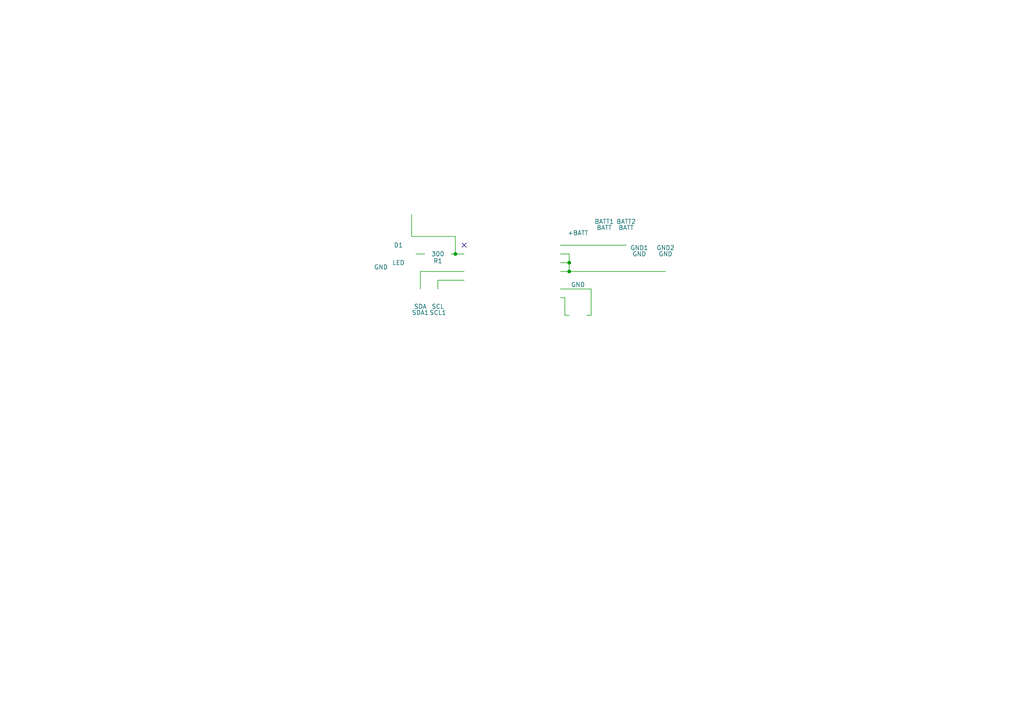
<source format=kicad_sch>
(kicad_sch (version 20230121) (generator eeschema)
  (paper "A4")
  (lib_symbols)
  (junction (at 132.08 73.66))
  (junction (at 165.1 78.74))
  (junction (at 165.1 76.2))
  (no_connect (at 134.62 71.12))
  (wire (pts (xy 119.38 68.58) (xy 132.08 68.58)))
  (wire (pts (xy 165.1 73.66) (xy 162.56 73.66)))
  (wire (pts (xy 162.56 71.12) (xy 181.61 71.12)))
  (wire (pts (xy 132.08 73.66) (xy 134.62 73.66)))
  (wire (pts (xy 132.08 68.58) (xy 132.08 73.66)))
  (wire (pts (xy 163.83 86.36) (xy 163.83 91.44)))
  (wire (pts (xy 165.1 76.2) (xy 165.1 78.74)))
  (wire (pts (xy 171.45 91.44) (xy 171.45 83.82)))
  (wire (pts (xy 121.92 78.74) (xy 121.92 83.82)))
  (wire (pts (xy 162.56 76.2) (xy 165.1 76.2)))
  (wire (pts (xy 165.1 78.74) (xy 193.04 78.74)))
  (wire (pts (xy 127 81.28) (xy 134.62 81.28)))
  (wire (pts (xy 127 83.82) (xy 127 81.28)))
  (wire (pts (xy 130.81 73.66) (xy 132.08 73.66)))
  (wire (pts (xy 171.45 83.82) (xy 162.56 83.82)))
  (wire (pts (xy 162.56 86.36) (xy 163.83 86.36)))
  (wire (pts (xy 134.62 78.74) (xy 121.92 78.74)))
  (wire (pts (xy 163.83 91.44) (xy 165.1 91.44)))
  (wire (pts (xy 162.56 78.74) (xy 165.1 78.74)))
  (wire (pts (xy 165.1 73.66) (xy 165.1 76.2)))
  (wire (pts (xy 120.65 73.66) (xy 123.19 73.66)))
  (wire (pts (xy 119.38 62.23) (xy 119.38 68.58)))
  (wire (pts (xy 170.18 91.44) (xy 171.45 91.44)))
  (symbol (lib_id "M41T62") (at 148.59 67.31 0) (unit 1)
    (property "Reference" "U1" (at 148.59 90.17 0) (effects (font (size 1.524 1.524))))
    (property "Value" "M41T62" (at 148.59 67.31 0) (effects (font (size 1.524 1.524))))
    (property "Footprint" "Housings_DFN_QFN:QFN-16-1EP_3x3mm_Pitch0.5mm" (effects hide))
  )
  (symbol (lib_id "GND") (at 167.64 78.74 0) (unit 1)
    (property "Reference" "#PWR01" (effects hide))
    (property "Value" "GND" (at 167.64 82.55 0))
  )
  (symbol (lib_id "+BATT") (at 167.64 71.12 0) (unit 1)
    (property "Reference" "#PWR02" (effects hide))
    (property "Value" "+BATT" (at 167.64 67.564 0))
  )
  (symbol (lib_id "Crystal_Small") (at 167.64 91.44 0) (unit 1)
    (property "Reference" "Y1" (at 167.64 88.9 0))
    (property "Value" "Crystal_Small" (at 167.64 93.98 0))
    (property "Footprint" "NQBit:FC-135" (effects hide))
  )
  (symbol (lib_id "LED") (at 115.57 73.66 0) (unit 1)
    (property "Reference" "D1" (at 115.57 71.12 0))
    (property "Value" "LED" (at 115.57 76.2 0))
    (property "Footprint" "LEDs:LED_0603" (effects hide))
  )
  (symbol (lib_id "GND") (at 110.49 73.66 0) (unit 1)
    (property "Reference" "#PWR03" (effects hide))
    (property "Value" "GND" (at 110.49 77.47 0))
  )
  (symbol (lib_id "R") (at 127 73.66 270) (unit 1)
    (property "Reference" "R1" (at 127 75.692 90))
    (property "Value" "300" (at 127 73.66 90))
    (property "Footprint" "Resistors_SMD:R_0603_HandSoldering" (effects hide))
  )
  (symbol (lib_id "TEST_1P") (at 121.92 83.82 180) (unit 1)
    (property "Reference" "SDA1" (at 121.92 90.678 0))
    (property "Value" "SDA" (at 121.92 88.9 0))
    (property "Footprint" "Measurement_Points:Measurement_Point_Round-SMD-Pad_Small" (effects hide))
  )
  (symbol (lib_id "TEST_1P") (at 127 83.82 180) (unit 1)
    (property "Reference" "SCL1" (at 127 90.678 0))
    (property "Value" "SCL" (at 127 88.9 0))
    (property "Footprint" "Measurement_Points:Measurement_Point_Round-SMD-Pad_Small" (effects hide))
  )
  (symbol (lib_id "TEST_1P") (at 175.26 71.12 0) (unit 1)
    (property "Reference" "BATT1" (at 175.26 64.262 0))
    (property "Value" "BATT" (at 175.26 66.04 0))
    (property "Footprint" "NQBit:PAD_7MM" (effects hide))
  )
  (symbol (lib_id "TEST_1P") (at 185.42 78.74 0) (unit 1)
    (property "Reference" "GND1" (at 185.42 71.882 0))
    (property "Value" "GND" (at 185.42 73.66 0))
    (property "Footprint" "NQBit:RECT_6X4MM" (effects hide))
  )
  (symbol (lib_id "TEST_1P") (at 193.04 78.74 0) (unit 1)
    (property "Reference" "GND2" (at 193.04 71.882 0))
    (property "Value" "GND" (at 193.04 73.66 0))
    (property "Footprint" "NQBit:RECT_6X4MM" (effects hide))
  )
  (symbol (lib_id "TEST_1P") (at 119.38 62.23 0) (unit 1)
    (property "Reference" "OUT1" (at 119.38 55.372 0))
    (property "Value" "OUT" (at 119.38 57.15 0))
    (property "Footprint" "Measurement_Points:Measurement_Point_Round-TH_Big" (effects hide))
  )
  (symbol (lib_id "TEST_1P") (at 181.61 71.12 0) (unit 1)
    (property "Reference" "BATT2" (at 181.61 64.262 0))
    (property "Value" "BATT" (at 181.61 66.04 0))
    (property "Footprint" "Measurement_Points:Measurement_Point_Round-TH_Big" (effects hide))
  )
)
</source>
